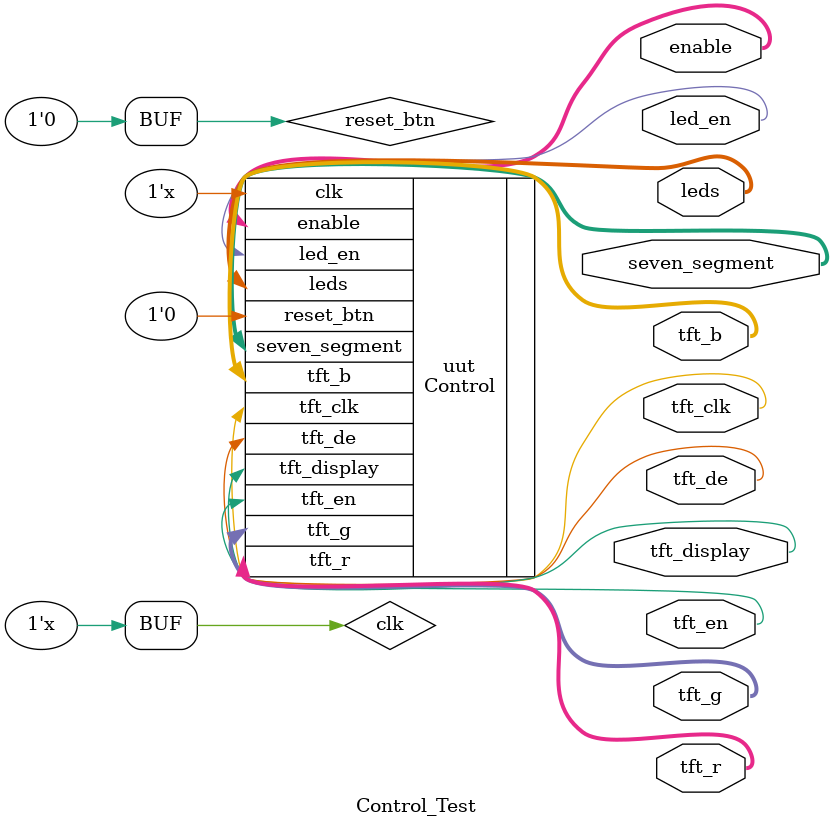
<source format=v>
`timescale 1ns / 1ps
module Control_Test(
		output [6:0] seven_segment,
		output [3:0] enable,
		output [3:0] leds,
		output [7:0] tft_r,	//Red		A12, B12, A13, C13, A14, B14, F13, E13
		output [7:0] tft_g,	//Green  C8,  D8,  B9,  A9,  F9,  A11, G9,  B11
		output [7:0] tft_b,	//Blue	A4,  A5,  B4,  C5,  A6,  B6,  A7,  C7
		output tft_clk,			//clk to lcd. Should be 9.1 MHz	C10
		output tft_display, 	//High to turn on backlight (Should always be high)	C15
		output led_en,			//Screen brightness with PWM. Pulse 5 kHz for max brightness	C14
		output tft_en,			//Set low for sleep state. Should always be high.	D14
		output tft_de	//Set high for each row of pixels. Set low between rows.	A15

    );
	 
	 
	Control uut(
		.reset_btn(reset_btn),
		.clk(clk),
		.seven_segment(seven_segment),
		.enable(enable),
		.leds(leds),
		.tft_r(tft_r),	//Red		A12, B12, A13, C13, A14, B14, F13, E13
		.tft_g(tft_g),	//Green  C8,  D8,  B9,  A9,  F9,  A11, G9,  B11
		.tft_b(tft_b),	//Blue	A4,  A5,  B4,  C5,  A6,  B6,  A7,  C7
		.tft_clk(tft_clk),			//clk to lcd. Should be 9.1 MHz	C10
		.tft_display(tft_display), 	//High to turn on backlight (Should always be high)	C15
		.led_en(led_en),			//Screen brightness with PWM. Pulse 5 kHz for max brightness	C14
		.tft_en(tft_en),			//Set low for sleep state. Should always be high.	D14
		.tft_de(tft_de)	//Set high for each row of pixels. Set low between rows.	A15

	);
reg clk;
reg reset_btn;

always 
begin
	#1 clk=!clk;
end

initial 
begin
	clk =0;
	reset_btn =0;
  
end 
endmodule

</source>
